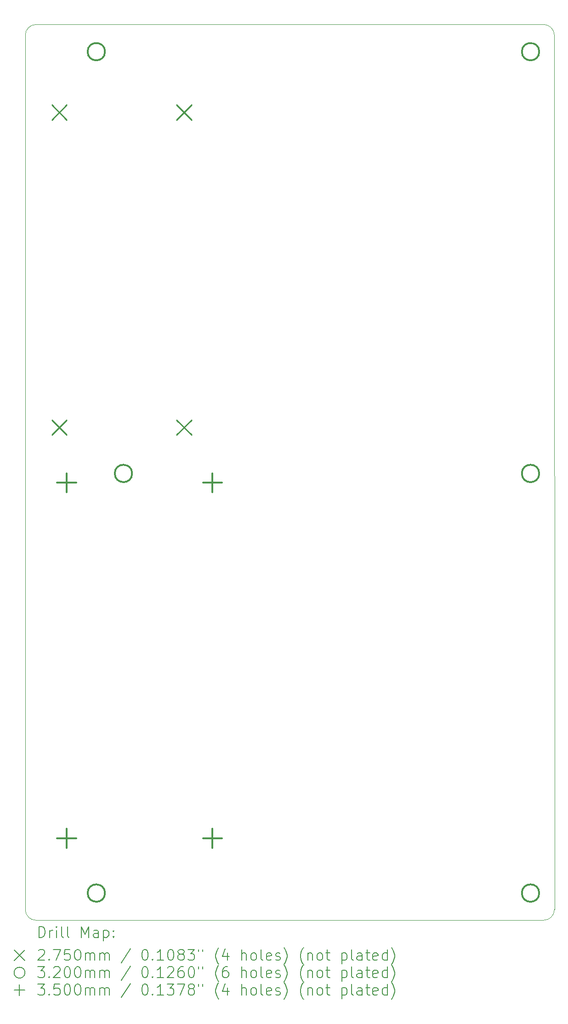
<source format=gbr>
%TF.GenerationSoftware,KiCad,Pcbnew,(6.0.11)*%
%TF.CreationDate,2024-01-03T20:11:06+00:00*%
%TF.ProjectId,BBCWinchesterPro,42424357-696e-4636-9865-737465725072,rev?*%
%TF.SameCoordinates,Original*%
%TF.FileFunction,Drillmap*%
%TF.FilePolarity,Positive*%
%FSLAX45Y45*%
G04 Gerber Fmt 4.5, Leading zero omitted, Abs format (unit mm)*
G04 Created by KiCad (PCBNEW (6.0.11)) date 2024-01-03 20:11:06*
%MOMM*%
%LPD*%
G01*
G04 APERTURE LIST*
%ADD10C,0.100000*%
%ADD11C,0.200000*%
%ADD12C,0.275000*%
%ADD13C,0.320000*%
%ADD14C,0.350000*%
G04 APERTURE END LIST*
D10*
X15712002Y-2589000D02*
G75*
G03*
X15513000Y-2389000I-200003J0D01*
G01*
X15513000Y-18891002D02*
G75*
G03*
X15713000Y-18691998I0J200002D01*
G01*
X5961998Y-18691000D02*
X5963000Y-2588000D01*
X15712002Y-2589000D02*
X15713000Y-18691998D01*
X15513000Y-18891000D02*
X6161000Y-18891000D01*
X5961997Y-18691000D02*
G75*
G03*
X6161000Y-18891000I200003J0D01*
G01*
X6163000Y-2388998D02*
X15513000Y-2389000D01*
X6163000Y-2388998D02*
G75*
G03*
X5963000Y-2588000I0J-200002D01*
G01*
D11*
D12*
X6451500Y-3872605D02*
X6726500Y-4147605D01*
X6726500Y-3872605D02*
X6451500Y-4147605D01*
X6451500Y-9672605D02*
X6726500Y-9947605D01*
X6726500Y-9672605D02*
X6451500Y-9947605D01*
X8751500Y-3872605D02*
X9026500Y-4147605D01*
X9026500Y-3872605D02*
X8751500Y-4147605D01*
X8751500Y-9672605D02*
X9026500Y-9947605D01*
X9026500Y-9672605D02*
X8751500Y-9947605D01*
D13*
X7432250Y-2890000D02*
G75*
G03*
X7432250Y-2890000I-160000J0D01*
G01*
X7432250Y-18390000D02*
G75*
G03*
X7432250Y-18390000I-160000J0D01*
G01*
X7932250Y-10660000D02*
G75*
G03*
X7932250Y-10660000I-160000J0D01*
G01*
X15432250Y-2890000D02*
G75*
G03*
X15432250Y-2890000I-160000J0D01*
G01*
X15432250Y-10660000D02*
G75*
G03*
X15432250Y-10660000I-160000J0D01*
G01*
X15432250Y-18390000D02*
G75*
G03*
X15432250Y-18390000I-160000J0D01*
G01*
D14*
X6725000Y-10656050D02*
X6725000Y-11006050D01*
X6550000Y-10831050D02*
X6900000Y-10831050D01*
X6725000Y-17205950D02*
X6725000Y-17555950D01*
X6550000Y-17380950D02*
X6900000Y-17380950D01*
X9413000Y-10656050D02*
X9413000Y-11006050D01*
X9238000Y-10831050D02*
X9588000Y-10831050D01*
X9413000Y-17205950D02*
X9413000Y-17555950D01*
X9238000Y-17380950D02*
X9588000Y-17380950D01*
D11*
X6214617Y-19206476D02*
X6214617Y-19006476D01*
X6262236Y-19006476D01*
X6290807Y-19016000D01*
X6309855Y-19035048D01*
X6319378Y-19054095D01*
X6328902Y-19092190D01*
X6328902Y-19120762D01*
X6319378Y-19158857D01*
X6309855Y-19177905D01*
X6290807Y-19196952D01*
X6262236Y-19206476D01*
X6214617Y-19206476D01*
X6414617Y-19206476D02*
X6414617Y-19073143D01*
X6414617Y-19111238D02*
X6424140Y-19092190D01*
X6433664Y-19082667D01*
X6452712Y-19073143D01*
X6471759Y-19073143D01*
X6538426Y-19206476D02*
X6538426Y-19073143D01*
X6538426Y-19006476D02*
X6528902Y-19016000D01*
X6538426Y-19025524D01*
X6547950Y-19016000D01*
X6538426Y-19006476D01*
X6538426Y-19025524D01*
X6662236Y-19206476D02*
X6643188Y-19196952D01*
X6633664Y-19177905D01*
X6633664Y-19006476D01*
X6766998Y-19206476D02*
X6747950Y-19196952D01*
X6738426Y-19177905D01*
X6738426Y-19006476D01*
X6995569Y-19206476D02*
X6995569Y-19006476D01*
X7062236Y-19149333D01*
X7128902Y-19006476D01*
X7128902Y-19206476D01*
X7309855Y-19206476D02*
X7309855Y-19101714D01*
X7300331Y-19082667D01*
X7281283Y-19073143D01*
X7243188Y-19073143D01*
X7224140Y-19082667D01*
X7309855Y-19196952D02*
X7290807Y-19206476D01*
X7243188Y-19206476D01*
X7224140Y-19196952D01*
X7214617Y-19177905D01*
X7214617Y-19158857D01*
X7224140Y-19139810D01*
X7243188Y-19130286D01*
X7290807Y-19130286D01*
X7309855Y-19120762D01*
X7405093Y-19073143D02*
X7405093Y-19273143D01*
X7405093Y-19082667D02*
X7424140Y-19073143D01*
X7462236Y-19073143D01*
X7481283Y-19082667D01*
X7490807Y-19092190D01*
X7500331Y-19111238D01*
X7500331Y-19168381D01*
X7490807Y-19187429D01*
X7481283Y-19196952D01*
X7462236Y-19206476D01*
X7424140Y-19206476D01*
X7405093Y-19196952D01*
X7586045Y-19187429D02*
X7595569Y-19196952D01*
X7586045Y-19206476D01*
X7576521Y-19196952D01*
X7586045Y-19187429D01*
X7586045Y-19206476D01*
X7586045Y-19082667D02*
X7595569Y-19092190D01*
X7586045Y-19101714D01*
X7576521Y-19092190D01*
X7586045Y-19082667D01*
X7586045Y-19101714D01*
X5756998Y-19436000D02*
X5956998Y-19636000D01*
X5956998Y-19436000D02*
X5756998Y-19636000D01*
X6205093Y-19445524D02*
X6214617Y-19436000D01*
X6233664Y-19426476D01*
X6281283Y-19426476D01*
X6300331Y-19436000D01*
X6309855Y-19445524D01*
X6319378Y-19464571D01*
X6319378Y-19483619D01*
X6309855Y-19512190D01*
X6195569Y-19626476D01*
X6319378Y-19626476D01*
X6405093Y-19607429D02*
X6414617Y-19616952D01*
X6405093Y-19626476D01*
X6395569Y-19616952D01*
X6405093Y-19607429D01*
X6405093Y-19626476D01*
X6481283Y-19426476D02*
X6614617Y-19426476D01*
X6528902Y-19626476D01*
X6786045Y-19426476D02*
X6690807Y-19426476D01*
X6681283Y-19521714D01*
X6690807Y-19512190D01*
X6709855Y-19502667D01*
X6757474Y-19502667D01*
X6776521Y-19512190D01*
X6786045Y-19521714D01*
X6795569Y-19540762D01*
X6795569Y-19588381D01*
X6786045Y-19607429D01*
X6776521Y-19616952D01*
X6757474Y-19626476D01*
X6709855Y-19626476D01*
X6690807Y-19616952D01*
X6681283Y-19607429D01*
X6919378Y-19426476D02*
X6938426Y-19426476D01*
X6957474Y-19436000D01*
X6966998Y-19445524D01*
X6976521Y-19464571D01*
X6986045Y-19502667D01*
X6986045Y-19550286D01*
X6976521Y-19588381D01*
X6966998Y-19607429D01*
X6957474Y-19616952D01*
X6938426Y-19626476D01*
X6919378Y-19626476D01*
X6900331Y-19616952D01*
X6890807Y-19607429D01*
X6881283Y-19588381D01*
X6871759Y-19550286D01*
X6871759Y-19502667D01*
X6881283Y-19464571D01*
X6890807Y-19445524D01*
X6900331Y-19436000D01*
X6919378Y-19426476D01*
X7071759Y-19626476D02*
X7071759Y-19493143D01*
X7071759Y-19512190D02*
X7081283Y-19502667D01*
X7100331Y-19493143D01*
X7128902Y-19493143D01*
X7147950Y-19502667D01*
X7157474Y-19521714D01*
X7157474Y-19626476D01*
X7157474Y-19521714D02*
X7166998Y-19502667D01*
X7186045Y-19493143D01*
X7214617Y-19493143D01*
X7233664Y-19502667D01*
X7243188Y-19521714D01*
X7243188Y-19626476D01*
X7338426Y-19626476D02*
X7338426Y-19493143D01*
X7338426Y-19512190D02*
X7347950Y-19502667D01*
X7366998Y-19493143D01*
X7395569Y-19493143D01*
X7414617Y-19502667D01*
X7424140Y-19521714D01*
X7424140Y-19626476D01*
X7424140Y-19521714D02*
X7433664Y-19502667D01*
X7452712Y-19493143D01*
X7481283Y-19493143D01*
X7500331Y-19502667D01*
X7509855Y-19521714D01*
X7509855Y-19626476D01*
X7900331Y-19416952D02*
X7728902Y-19674095D01*
X8157474Y-19426476D02*
X8176521Y-19426476D01*
X8195569Y-19436000D01*
X8205093Y-19445524D01*
X8214617Y-19464571D01*
X8224140Y-19502667D01*
X8224140Y-19550286D01*
X8214617Y-19588381D01*
X8205093Y-19607429D01*
X8195569Y-19616952D01*
X8176521Y-19626476D01*
X8157474Y-19626476D01*
X8138426Y-19616952D01*
X8128902Y-19607429D01*
X8119378Y-19588381D01*
X8109855Y-19550286D01*
X8109855Y-19502667D01*
X8119378Y-19464571D01*
X8128902Y-19445524D01*
X8138426Y-19436000D01*
X8157474Y-19426476D01*
X8309855Y-19607429D02*
X8319378Y-19616952D01*
X8309855Y-19626476D01*
X8300331Y-19616952D01*
X8309855Y-19607429D01*
X8309855Y-19626476D01*
X8509855Y-19626476D02*
X8395569Y-19626476D01*
X8452712Y-19626476D02*
X8452712Y-19426476D01*
X8433664Y-19455048D01*
X8414617Y-19474095D01*
X8395569Y-19483619D01*
X8633664Y-19426476D02*
X8652712Y-19426476D01*
X8671760Y-19436000D01*
X8681283Y-19445524D01*
X8690807Y-19464571D01*
X8700331Y-19502667D01*
X8700331Y-19550286D01*
X8690807Y-19588381D01*
X8681283Y-19607429D01*
X8671760Y-19616952D01*
X8652712Y-19626476D01*
X8633664Y-19626476D01*
X8614617Y-19616952D01*
X8605093Y-19607429D01*
X8595569Y-19588381D01*
X8586045Y-19550286D01*
X8586045Y-19502667D01*
X8595569Y-19464571D01*
X8605093Y-19445524D01*
X8614617Y-19436000D01*
X8633664Y-19426476D01*
X8814617Y-19512190D02*
X8795569Y-19502667D01*
X8786045Y-19493143D01*
X8776521Y-19474095D01*
X8776521Y-19464571D01*
X8786045Y-19445524D01*
X8795569Y-19436000D01*
X8814617Y-19426476D01*
X8852712Y-19426476D01*
X8871760Y-19436000D01*
X8881283Y-19445524D01*
X8890807Y-19464571D01*
X8890807Y-19474095D01*
X8881283Y-19493143D01*
X8871760Y-19502667D01*
X8852712Y-19512190D01*
X8814617Y-19512190D01*
X8795569Y-19521714D01*
X8786045Y-19531238D01*
X8776521Y-19550286D01*
X8776521Y-19588381D01*
X8786045Y-19607429D01*
X8795569Y-19616952D01*
X8814617Y-19626476D01*
X8852712Y-19626476D01*
X8871760Y-19616952D01*
X8881283Y-19607429D01*
X8890807Y-19588381D01*
X8890807Y-19550286D01*
X8881283Y-19531238D01*
X8871760Y-19521714D01*
X8852712Y-19512190D01*
X8957474Y-19426476D02*
X9081283Y-19426476D01*
X9014617Y-19502667D01*
X9043188Y-19502667D01*
X9062236Y-19512190D01*
X9071760Y-19521714D01*
X9081283Y-19540762D01*
X9081283Y-19588381D01*
X9071760Y-19607429D01*
X9062236Y-19616952D01*
X9043188Y-19626476D01*
X8986045Y-19626476D01*
X8966998Y-19616952D01*
X8957474Y-19607429D01*
X9157474Y-19426476D02*
X9157474Y-19464571D01*
X9233664Y-19426476D02*
X9233664Y-19464571D01*
X9528902Y-19702667D02*
X9519379Y-19693143D01*
X9500331Y-19664571D01*
X9490807Y-19645524D01*
X9481283Y-19616952D01*
X9471760Y-19569333D01*
X9471760Y-19531238D01*
X9481283Y-19483619D01*
X9490807Y-19455048D01*
X9500331Y-19436000D01*
X9519379Y-19407429D01*
X9528902Y-19397905D01*
X9690807Y-19493143D02*
X9690807Y-19626476D01*
X9643188Y-19416952D02*
X9595569Y-19559810D01*
X9719379Y-19559810D01*
X9947950Y-19626476D02*
X9947950Y-19426476D01*
X10033664Y-19626476D02*
X10033664Y-19521714D01*
X10024140Y-19502667D01*
X10005093Y-19493143D01*
X9976521Y-19493143D01*
X9957474Y-19502667D01*
X9947950Y-19512190D01*
X10157474Y-19626476D02*
X10138426Y-19616952D01*
X10128902Y-19607429D01*
X10119379Y-19588381D01*
X10119379Y-19531238D01*
X10128902Y-19512190D01*
X10138426Y-19502667D01*
X10157474Y-19493143D01*
X10186045Y-19493143D01*
X10205093Y-19502667D01*
X10214617Y-19512190D01*
X10224140Y-19531238D01*
X10224140Y-19588381D01*
X10214617Y-19607429D01*
X10205093Y-19616952D01*
X10186045Y-19626476D01*
X10157474Y-19626476D01*
X10338426Y-19626476D02*
X10319379Y-19616952D01*
X10309855Y-19597905D01*
X10309855Y-19426476D01*
X10490807Y-19616952D02*
X10471760Y-19626476D01*
X10433664Y-19626476D01*
X10414617Y-19616952D01*
X10405093Y-19597905D01*
X10405093Y-19521714D01*
X10414617Y-19502667D01*
X10433664Y-19493143D01*
X10471760Y-19493143D01*
X10490807Y-19502667D01*
X10500331Y-19521714D01*
X10500331Y-19540762D01*
X10405093Y-19559810D01*
X10576521Y-19616952D02*
X10595569Y-19626476D01*
X10633664Y-19626476D01*
X10652712Y-19616952D01*
X10662236Y-19597905D01*
X10662236Y-19588381D01*
X10652712Y-19569333D01*
X10633664Y-19559810D01*
X10605093Y-19559810D01*
X10586045Y-19550286D01*
X10576521Y-19531238D01*
X10576521Y-19521714D01*
X10586045Y-19502667D01*
X10605093Y-19493143D01*
X10633664Y-19493143D01*
X10652712Y-19502667D01*
X10728902Y-19702667D02*
X10738426Y-19693143D01*
X10757474Y-19664571D01*
X10766998Y-19645524D01*
X10776521Y-19616952D01*
X10786045Y-19569333D01*
X10786045Y-19531238D01*
X10776521Y-19483619D01*
X10766998Y-19455048D01*
X10757474Y-19436000D01*
X10738426Y-19407429D01*
X10728902Y-19397905D01*
X11090807Y-19702667D02*
X11081283Y-19693143D01*
X11062236Y-19664571D01*
X11052712Y-19645524D01*
X11043188Y-19616952D01*
X11033664Y-19569333D01*
X11033664Y-19531238D01*
X11043188Y-19483619D01*
X11052712Y-19455048D01*
X11062236Y-19436000D01*
X11081283Y-19407429D01*
X11090807Y-19397905D01*
X11166998Y-19493143D02*
X11166998Y-19626476D01*
X11166998Y-19512190D02*
X11176521Y-19502667D01*
X11195569Y-19493143D01*
X11224140Y-19493143D01*
X11243188Y-19502667D01*
X11252712Y-19521714D01*
X11252712Y-19626476D01*
X11376521Y-19626476D02*
X11357474Y-19616952D01*
X11347950Y-19607429D01*
X11338426Y-19588381D01*
X11338426Y-19531238D01*
X11347950Y-19512190D01*
X11357474Y-19502667D01*
X11376521Y-19493143D01*
X11405093Y-19493143D01*
X11424140Y-19502667D01*
X11433664Y-19512190D01*
X11443188Y-19531238D01*
X11443188Y-19588381D01*
X11433664Y-19607429D01*
X11424140Y-19616952D01*
X11405093Y-19626476D01*
X11376521Y-19626476D01*
X11500331Y-19493143D02*
X11576521Y-19493143D01*
X11528902Y-19426476D02*
X11528902Y-19597905D01*
X11538426Y-19616952D01*
X11557474Y-19626476D01*
X11576521Y-19626476D01*
X11795569Y-19493143D02*
X11795569Y-19693143D01*
X11795569Y-19502667D02*
X11814617Y-19493143D01*
X11852712Y-19493143D01*
X11871759Y-19502667D01*
X11881283Y-19512190D01*
X11890807Y-19531238D01*
X11890807Y-19588381D01*
X11881283Y-19607429D01*
X11871759Y-19616952D01*
X11852712Y-19626476D01*
X11814617Y-19626476D01*
X11795569Y-19616952D01*
X12005093Y-19626476D02*
X11986045Y-19616952D01*
X11976521Y-19597905D01*
X11976521Y-19426476D01*
X12166997Y-19626476D02*
X12166997Y-19521714D01*
X12157474Y-19502667D01*
X12138426Y-19493143D01*
X12100331Y-19493143D01*
X12081283Y-19502667D01*
X12166997Y-19616952D02*
X12147950Y-19626476D01*
X12100331Y-19626476D01*
X12081283Y-19616952D01*
X12071759Y-19597905D01*
X12071759Y-19578857D01*
X12081283Y-19559810D01*
X12100331Y-19550286D01*
X12147950Y-19550286D01*
X12166997Y-19540762D01*
X12233664Y-19493143D02*
X12309855Y-19493143D01*
X12262236Y-19426476D02*
X12262236Y-19597905D01*
X12271759Y-19616952D01*
X12290807Y-19626476D01*
X12309855Y-19626476D01*
X12452712Y-19616952D02*
X12433664Y-19626476D01*
X12395569Y-19626476D01*
X12376521Y-19616952D01*
X12366997Y-19597905D01*
X12366997Y-19521714D01*
X12376521Y-19502667D01*
X12395569Y-19493143D01*
X12433664Y-19493143D01*
X12452712Y-19502667D01*
X12462236Y-19521714D01*
X12462236Y-19540762D01*
X12366997Y-19559810D01*
X12633664Y-19626476D02*
X12633664Y-19426476D01*
X12633664Y-19616952D02*
X12614617Y-19626476D01*
X12576521Y-19626476D01*
X12557474Y-19616952D01*
X12547950Y-19607429D01*
X12538426Y-19588381D01*
X12538426Y-19531238D01*
X12547950Y-19512190D01*
X12557474Y-19502667D01*
X12576521Y-19493143D01*
X12614617Y-19493143D01*
X12633664Y-19502667D01*
X12709855Y-19702667D02*
X12719378Y-19693143D01*
X12738426Y-19664571D01*
X12747950Y-19645524D01*
X12757474Y-19616952D01*
X12766997Y-19569333D01*
X12766997Y-19531238D01*
X12757474Y-19483619D01*
X12747950Y-19455048D01*
X12738426Y-19436000D01*
X12719378Y-19407429D01*
X12709855Y-19397905D01*
X5956998Y-19856000D02*
G75*
G03*
X5956998Y-19856000I-100000J0D01*
G01*
X6195569Y-19746476D02*
X6319378Y-19746476D01*
X6252712Y-19822667D01*
X6281283Y-19822667D01*
X6300331Y-19832190D01*
X6309855Y-19841714D01*
X6319378Y-19860762D01*
X6319378Y-19908381D01*
X6309855Y-19927429D01*
X6300331Y-19936952D01*
X6281283Y-19946476D01*
X6224140Y-19946476D01*
X6205093Y-19936952D01*
X6195569Y-19927429D01*
X6405093Y-19927429D02*
X6414617Y-19936952D01*
X6405093Y-19946476D01*
X6395569Y-19936952D01*
X6405093Y-19927429D01*
X6405093Y-19946476D01*
X6490807Y-19765524D02*
X6500331Y-19756000D01*
X6519378Y-19746476D01*
X6566998Y-19746476D01*
X6586045Y-19756000D01*
X6595569Y-19765524D01*
X6605093Y-19784571D01*
X6605093Y-19803619D01*
X6595569Y-19832190D01*
X6481283Y-19946476D01*
X6605093Y-19946476D01*
X6728902Y-19746476D02*
X6747950Y-19746476D01*
X6766998Y-19756000D01*
X6776521Y-19765524D01*
X6786045Y-19784571D01*
X6795569Y-19822667D01*
X6795569Y-19870286D01*
X6786045Y-19908381D01*
X6776521Y-19927429D01*
X6766998Y-19936952D01*
X6747950Y-19946476D01*
X6728902Y-19946476D01*
X6709855Y-19936952D01*
X6700331Y-19927429D01*
X6690807Y-19908381D01*
X6681283Y-19870286D01*
X6681283Y-19822667D01*
X6690807Y-19784571D01*
X6700331Y-19765524D01*
X6709855Y-19756000D01*
X6728902Y-19746476D01*
X6919378Y-19746476D02*
X6938426Y-19746476D01*
X6957474Y-19756000D01*
X6966998Y-19765524D01*
X6976521Y-19784571D01*
X6986045Y-19822667D01*
X6986045Y-19870286D01*
X6976521Y-19908381D01*
X6966998Y-19927429D01*
X6957474Y-19936952D01*
X6938426Y-19946476D01*
X6919378Y-19946476D01*
X6900331Y-19936952D01*
X6890807Y-19927429D01*
X6881283Y-19908381D01*
X6871759Y-19870286D01*
X6871759Y-19822667D01*
X6881283Y-19784571D01*
X6890807Y-19765524D01*
X6900331Y-19756000D01*
X6919378Y-19746476D01*
X7071759Y-19946476D02*
X7071759Y-19813143D01*
X7071759Y-19832190D02*
X7081283Y-19822667D01*
X7100331Y-19813143D01*
X7128902Y-19813143D01*
X7147950Y-19822667D01*
X7157474Y-19841714D01*
X7157474Y-19946476D01*
X7157474Y-19841714D02*
X7166998Y-19822667D01*
X7186045Y-19813143D01*
X7214617Y-19813143D01*
X7233664Y-19822667D01*
X7243188Y-19841714D01*
X7243188Y-19946476D01*
X7338426Y-19946476D02*
X7338426Y-19813143D01*
X7338426Y-19832190D02*
X7347950Y-19822667D01*
X7366998Y-19813143D01*
X7395569Y-19813143D01*
X7414617Y-19822667D01*
X7424140Y-19841714D01*
X7424140Y-19946476D01*
X7424140Y-19841714D02*
X7433664Y-19822667D01*
X7452712Y-19813143D01*
X7481283Y-19813143D01*
X7500331Y-19822667D01*
X7509855Y-19841714D01*
X7509855Y-19946476D01*
X7900331Y-19736952D02*
X7728902Y-19994095D01*
X8157474Y-19746476D02*
X8176521Y-19746476D01*
X8195569Y-19756000D01*
X8205093Y-19765524D01*
X8214617Y-19784571D01*
X8224140Y-19822667D01*
X8224140Y-19870286D01*
X8214617Y-19908381D01*
X8205093Y-19927429D01*
X8195569Y-19936952D01*
X8176521Y-19946476D01*
X8157474Y-19946476D01*
X8138426Y-19936952D01*
X8128902Y-19927429D01*
X8119378Y-19908381D01*
X8109855Y-19870286D01*
X8109855Y-19822667D01*
X8119378Y-19784571D01*
X8128902Y-19765524D01*
X8138426Y-19756000D01*
X8157474Y-19746476D01*
X8309855Y-19927429D02*
X8319378Y-19936952D01*
X8309855Y-19946476D01*
X8300331Y-19936952D01*
X8309855Y-19927429D01*
X8309855Y-19946476D01*
X8509855Y-19946476D02*
X8395569Y-19946476D01*
X8452712Y-19946476D02*
X8452712Y-19746476D01*
X8433664Y-19775048D01*
X8414617Y-19794095D01*
X8395569Y-19803619D01*
X8586045Y-19765524D02*
X8595569Y-19756000D01*
X8614617Y-19746476D01*
X8662236Y-19746476D01*
X8681283Y-19756000D01*
X8690807Y-19765524D01*
X8700331Y-19784571D01*
X8700331Y-19803619D01*
X8690807Y-19832190D01*
X8576521Y-19946476D01*
X8700331Y-19946476D01*
X8871760Y-19746476D02*
X8833664Y-19746476D01*
X8814617Y-19756000D01*
X8805093Y-19765524D01*
X8786045Y-19794095D01*
X8776521Y-19832190D01*
X8776521Y-19908381D01*
X8786045Y-19927429D01*
X8795569Y-19936952D01*
X8814617Y-19946476D01*
X8852712Y-19946476D01*
X8871760Y-19936952D01*
X8881283Y-19927429D01*
X8890807Y-19908381D01*
X8890807Y-19860762D01*
X8881283Y-19841714D01*
X8871760Y-19832190D01*
X8852712Y-19822667D01*
X8814617Y-19822667D01*
X8795569Y-19832190D01*
X8786045Y-19841714D01*
X8776521Y-19860762D01*
X9014617Y-19746476D02*
X9033664Y-19746476D01*
X9052712Y-19756000D01*
X9062236Y-19765524D01*
X9071760Y-19784571D01*
X9081283Y-19822667D01*
X9081283Y-19870286D01*
X9071760Y-19908381D01*
X9062236Y-19927429D01*
X9052712Y-19936952D01*
X9033664Y-19946476D01*
X9014617Y-19946476D01*
X8995569Y-19936952D01*
X8986045Y-19927429D01*
X8976521Y-19908381D01*
X8966998Y-19870286D01*
X8966998Y-19822667D01*
X8976521Y-19784571D01*
X8986045Y-19765524D01*
X8995569Y-19756000D01*
X9014617Y-19746476D01*
X9157474Y-19746476D02*
X9157474Y-19784571D01*
X9233664Y-19746476D02*
X9233664Y-19784571D01*
X9528902Y-20022667D02*
X9519379Y-20013143D01*
X9500331Y-19984571D01*
X9490807Y-19965524D01*
X9481283Y-19936952D01*
X9471760Y-19889333D01*
X9471760Y-19851238D01*
X9481283Y-19803619D01*
X9490807Y-19775048D01*
X9500331Y-19756000D01*
X9519379Y-19727429D01*
X9528902Y-19717905D01*
X9690807Y-19746476D02*
X9652712Y-19746476D01*
X9633664Y-19756000D01*
X9624140Y-19765524D01*
X9605093Y-19794095D01*
X9595569Y-19832190D01*
X9595569Y-19908381D01*
X9605093Y-19927429D01*
X9614617Y-19936952D01*
X9633664Y-19946476D01*
X9671760Y-19946476D01*
X9690807Y-19936952D01*
X9700331Y-19927429D01*
X9709855Y-19908381D01*
X9709855Y-19860762D01*
X9700331Y-19841714D01*
X9690807Y-19832190D01*
X9671760Y-19822667D01*
X9633664Y-19822667D01*
X9614617Y-19832190D01*
X9605093Y-19841714D01*
X9595569Y-19860762D01*
X9947950Y-19946476D02*
X9947950Y-19746476D01*
X10033664Y-19946476D02*
X10033664Y-19841714D01*
X10024140Y-19822667D01*
X10005093Y-19813143D01*
X9976521Y-19813143D01*
X9957474Y-19822667D01*
X9947950Y-19832190D01*
X10157474Y-19946476D02*
X10138426Y-19936952D01*
X10128902Y-19927429D01*
X10119379Y-19908381D01*
X10119379Y-19851238D01*
X10128902Y-19832190D01*
X10138426Y-19822667D01*
X10157474Y-19813143D01*
X10186045Y-19813143D01*
X10205093Y-19822667D01*
X10214617Y-19832190D01*
X10224140Y-19851238D01*
X10224140Y-19908381D01*
X10214617Y-19927429D01*
X10205093Y-19936952D01*
X10186045Y-19946476D01*
X10157474Y-19946476D01*
X10338426Y-19946476D02*
X10319379Y-19936952D01*
X10309855Y-19917905D01*
X10309855Y-19746476D01*
X10490807Y-19936952D02*
X10471760Y-19946476D01*
X10433664Y-19946476D01*
X10414617Y-19936952D01*
X10405093Y-19917905D01*
X10405093Y-19841714D01*
X10414617Y-19822667D01*
X10433664Y-19813143D01*
X10471760Y-19813143D01*
X10490807Y-19822667D01*
X10500331Y-19841714D01*
X10500331Y-19860762D01*
X10405093Y-19879810D01*
X10576521Y-19936952D02*
X10595569Y-19946476D01*
X10633664Y-19946476D01*
X10652712Y-19936952D01*
X10662236Y-19917905D01*
X10662236Y-19908381D01*
X10652712Y-19889333D01*
X10633664Y-19879810D01*
X10605093Y-19879810D01*
X10586045Y-19870286D01*
X10576521Y-19851238D01*
X10576521Y-19841714D01*
X10586045Y-19822667D01*
X10605093Y-19813143D01*
X10633664Y-19813143D01*
X10652712Y-19822667D01*
X10728902Y-20022667D02*
X10738426Y-20013143D01*
X10757474Y-19984571D01*
X10766998Y-19965524D01*
X10776521Y-19936952D01*
X10786045Y-19889333D01*
X10786045Y-19851238D01*
X10776521Y-19803619D01*
X10766998Y-19775048D01*
X10757474Y-19756000D01*
X10738426Y-19727429D01*
X10728902Y-19717905D01*
X11090807Y-20022667D02*
X11081283Y-20013143D01*
X11062236Y-19984571D01*
X11052712Y-19965524D01*
X11043188Y-19936952D01*
X11033664Y-19889333D01*
X11033664Y-19851238D01*
X11043188Y-19803619D01*
X11052712Y-19775048D01*
X11062236Y-19756000D01*
X11081283Y-19727429D01*
X11090807Y-19717905D01*
X11166998Y-19813143D02*
X11166998Y-19946476D01*
X11166998Y-19832190D02*
X11176521Y-19822667D01*
X11195569Y-19813143D01*
X11224140Y-19813143D01*
X11243188Y-19822667D01*
X11252712Y-19841714D01*
X11252712Y-19946476D01*
X11376521Y-19946476D02*
X11357474Y-19936952D01*
X11347950Y-19927429D01*
X11338426Y-19908381D01*
X11338426Y-19851238D01*
X11347950Y-19832190D01*
X11357474Y-19822667D01*
X11376521Y-19813143D01*
X11405093Y-19813143D01*
X11424140Y-19822667D01*
X11433664Y-19832190D01*
X11443188Y-19851238D01*
X11443188Y-19908381D01*
X11433664Y-19927429D01*
X11424140Y-19936952D01*
X11405093Y-19946476D01*
X11376521Y-19946476D01*
X11500331Y-19813143D02*
X11576521Y-19813143D01*
X11528902Y-19746476D02*
X11528902Y-19917905D01*
X11538426Y-19936952D01*
X11557474Y-19946476D01*
X11576521Y-19946476D01*
X11795569Y-19813143D02*
X11795569Y-20013143D01*
X11795569Y-19822667D02*
X11814617Y-19813143D01*
X11852712Y-19813143D01*
X11871759Y-19822667D01*
X11881283Y-19832190D01*
X11890807Y-19851238D01*
X11890807Y-19908381D01*
X11881283Y-19927429D01*
X11871759Y-19936952D01*
X11852712Y-19946476D01*
X11814617Y-19946476D01*
X11795569Y-19936952D01*
X12005093Y-19946476D02*
X11986045Y-19936952D01*
X11976521Y-19917905D01*
X11976521Y-19746476D01*
X12166997Y-19946476D02*
X12166997Y-19841714D01*
X12157474Y-19822667D01*
X12138426Y-19813143D01*
X12100331Y-19813143D01*
X12081283Y-19822667D01*
X12166997Y-19936952D02*
X12147950Y-19946476D01*
X12100331Y-19946476D01*
X12081283Y-19936952D01*
X12071759Y-19917905D01*
X12071759Y-19898857D01*
X12081283Y-19879810D01*
X12100331Y-19870286D01*
X12147950Y-19870286D01*
X12166997Y-19860762D01*
X12233664Y-19813143D02*
X12309855Y-19813143D01*
X12262236Y-19746476D02*
X12262236Y-19917905D01*
X12271759Y-19936952D01*
X12290807Y-19946476D01*
X12309855Y-19946476D01*
X12452712Y-19936952D02*
X12433664Y-19946476D01*
X12395569Y-19946476D01*
X12376521Y-19936952D01*
X12366997Y-19917905D01*
X12366997Y-19841714D01*
X12376521Y-19822667D01*
X12395569Y-19813143D01*
X12433664Y-19813143D01*
X12452712Y-19822667D01*
X12462236Y-19841714D01*
X12462236Y-19860762D01*
X12366997Y-19879810D01*
X12633664Y-19946476D02*
X12633664Y-19746476D01*
X12633664Y-19936952D02*
X12614617Y-19946476D01*
X12576521Y-19946476D01*
X12557474Y-19936952D01*
X12547950Y-19927429D01*
X12538426Y-19908381D01*
X12538426Y-19851238D01*
X12547950Y-19832190D01*
X12557474Y-19822667D01*
X12576521Y-19813143D01*
X12614617Y-19813143D01*
X12633664Y-19822667D01*
X12709855Y-20022667D02*
X12719378Y-20013143D01*
X12738426Y-19984571D01*
X12747950Y-19965524D01*
X12757474Y-19936952D01*
X12766997Y-19889333D01*
X12766997Y-19851238D01*
X12757474Y-19803619D01*
X12747950Y-19775048D01*
X12738426Y-19756000D01*
X12719378Y-19727429D01*
X12709855Y-19717905D01*
X5856998Y-20076000D02*
X5856998Y-20276000D01*
X5756998Y-20176000D02*
X5956998Y-20176000D01*
X6195569Y-20066476D02*
X6319378Y-20066476D01*
X6252712Y-20142667D01*
X6281283Y-20142667D01*
X6300331Y-20152190D01*
X6309855Y-20161714D01*
X6319378Y-20180762D01*
X6319378Y-20228381D01*
X6309855Y-20247429D01*
X6300331Y-20256952D01*
X6281283Y-20266476D01*
X6224140Y-20266476D01*
X6205093Y-20256952D01*
X6195569Y-20247429D01*
X6405093Y-20247429D02*
X6414617Y-20256952D01*
X6405093Y-20266476D01*
X6395569Y-20256952D01*
X6405093Y-20247429D01*
X6405093Y-20266476D01*
X6595569Y-20066476D02*
X6500331Y-20066476D01*
X6490807Y-20161714D01*
X6500331Y-20152190D01*
X6519378Y-20142667D01*
X6566998Y-20142667D01*
X6586045Y-20152190D01*
X6595569Y-20161714D01*
X6605093Y-20180762D01*
X6605093Y-20228381D01*
X6595569Y-20247429D01*
X6586045Y-20256952D01*
X6566998Y-20266476D01*
X6519378Y-20266476D01*
X6500331Y-20256952D01*
X6490807Y-20247429D01*
X6728902Y-20066476D02*
X6747950Y-20066476D01*
X6766998Y-20076000D01*
X6776521Y-20085524D01*
X6786045Y-20104571D01*
X6795569Y-20142667D01*
X6795569Y-20190286D01*
X6786045Y-20228381D01*
X6776521Y-20247429D01*
X6766998Y-20256952D01*
X6747950Y-20266476D01*
X6728902Y-20266476D01*
X6709855Y-20256952D01*
X6700331Y-20247429D01*
X6690807Y-20228381D01*
X6681283Y-20190286D01*
X6681283Y-20142667D01*
X6690807Y-20104571D01*
X6700331Y-20085524D01*
X6709855Y-20076000D01*
X6728902Y-20066476D01*
X6919378Y-20066476D02*
X6938426Y-20066476D01*
X6957474Y-20076000D01*
X6966998Y-20085524D01*
X6976521Y-20104571D01*
X6986045Y-20142667D01*
X6986045Y-20190286D01*
X6976521Y-20228381D01*
X6966998Y-20247429D01*
X6957474Y-20256952D01*
X6938426Y-20266476D01*
X6919378Y-20266476D01*
X6900331Y-20256952D01*
X6890807Y-20247429D01*
X6881283Y-20228381D01*
X6871759Y-20190286D01*
X6871759Y-20142667D01*
X6881283Y-20104571D01*
X6890807Y-20085524D01*
X6900331Y-20076000D01*
X6919378Y-20066476D01*
X7071759Y-20266476D02*
X7071759Y-20133143D01*
X7071759Y-20152190D02*
X7081283Y-20142667D01*
X7100331Y-20133143D01*
X7128902Y-20133143D01*
X7147950Y-20142667D01*
X7157474Y-20161714D01*
X7157474Y-20266476D01*
X7157474Y-20161714D02*
X7166998Y-20142667D01*
X7186045Y-20133143D01*
X7214617Y-20133143D01*
X7233664Y-20142667D01*
X7243188Y-20161714D01*
X7243188Y-20266476D01*
X7338426Y-20266476D02*
X7338426Y-20133143D01*
X7338426Y-20152190D02*
X7347950Y-20142667D01*
X7366998Y-20133143D01*
X7395569Y-20133143D01*
X7414617Y-20142667D01*
X7424140Y-20161714D01*
X7424140Y-20266476D01*
X7424140Y-20161714D02*
X7433664Y-20142667D01*
X7452712Y-20133143D01*
X7481283Y-20133143D01*
X7500331Y-20142667D01*
X7509855Y-20161714D01*
X7509855Y-20266476D01*
X7900331Y-20056952D02*
X7728902Y-20314095D01*
X8157474Y-20066476D02*
X8176521Y-20066476D01*
X8195569Y-20076000D01*
X8205093Y-20085524D01*
X8214617Y-20104571D01*
X8224140Y-20142667D01*
X8224140Y-20190286D01*
X8214617Y-20228381D01*
X8205093Y-20247429D01*
X8195569Y-20256952D01*
X8176521Y-20266476D01*
X8157474Y-20266476D01*
X8138426Y-20256952D01*
X8128902Y-20247429D01*
X8119378Y-20228381D01*
X8109855Y-20190286D01*
X8109855Y-20142667D01*
X8119378Y-20104571D01*
X8128902Y-20085524D01*
X8138426Y-20076000D01*
X8157474Y-20066476D01*
X8309855Y-20247429D02*
X8319378Y-20256952D01*
X8309855Y-20266476D01*
X8300331Y-20256952D01*
X8309855Y-20247429D01*
X8309855Y-20266476D01*
X8509855Y-20266476D02*
X8395569Y-20266476D01*
X8452712Y-20266476D02*
X8452712Y-20066476D01*
X8433664Y-20095048D01*
X8414617Y-20114095D01*
X8395569Y-20123619D01*
X8576521Y-20066476D02*
X8700331Y-20066476D01*
X8633664Y-20142667D01*
X8662236Y-20142667D01*
X8681283Y-20152190D01*
X8690807Y-20161714D01*
X8700331Y-20180762D01*
X8700331Y-20228381D01*
X8690807Y-20247429D01*
X8681283Y-20256952D01*
X8662236Y-20266476D01*
X8605093Y-20266476D01*
X8586045Y-20256952D01*
X8576521Y-20247429D01*
X8766998Y-20066476D02*
X8900331Y-20066476D01*
X8814617Y-20266476D01*
X9005093Y-20152190D02*
X8986045Y-20142667D01*
X8976521Y-20133143D01*
X8966998Y-20114095D01*
X8966998Y-20104571D01*
X8976521Y-20085524D01*
X8986045Y-20076000D01*
X9005093Y-20066476D01*
X9043188Y-20066476D01*
X9062236Y-20076000D01*
X9071760Y-20085524D01*
X9081283Y-20104571D01*
X9081283Y-20114095D01*
X9071760Y-20133143D01*
X9062236Y-20142667D01*
X9043188Y-20152190D01*
X9005093Y-20152190D01*
X8986045Y-20161714D01*
X8976521Y-20171238D01*
X8966998Y-20190286D01*
X8966998Y-20228381D01*
X8976521Y-20247429D01*
X8986045Y-20256952D01*
X9005093Y-20266476D01*
X9043188Y-20266476D01*
X9062236Y-20256952D01*
X9071760Y-20247429D01*
X9081283Y-20228381D01*
X9081283Y-20190286D01*
X9071760Y-20171238D01*
X9062236Y-20161714D01*
X9043188Y-20152190D01*
X9157474Y-20066476D02*
X9157474Y-20104571D01*
X9233664Y-20066476D02*
X9233664Y-20104571D01*
X9528902Y-20342667D02*
X9519379Y-20333143D01*
X9500331Y-20304571D01*
X9490807Y-20285524D01*
X9481283Y-20256952D01*
X9471760Y-20209333D01*
X9471760Y-20171238D01*
X9481283Y-20123619D01*
X9490807Y-20095048D01*
X9500331Y-20076000D01*
X9519379Y-20047429D01*
X9528902Y-20037905D01*
X9690807Y-20133143D02*
X9690807Y-20266476D01*
X9643188Y-20056952D02*
X9595569Y-20199810D01*
X9719379Y-20199810D01*
X9947950Y-20266476D02*
X9947950Y-20066476D01*
X10033664Y-20266476D02*
X10033664Y-20161714D01*
X10024140Y-20142667D01*
X10005093Y-20133143D01*
X9976521Y-20133143D01*
X9957474Y-20142667D01*
X9947950Y-20152190D01*
X10157474Y-20266476D02*
X10138426Y-20256952D01*
X10128902Y-20247429D01*
X10119379Y-20228381D01*
X10119379Y-20171238D01*
X10128902Y-20152190D01*
X10138426Y-20142667D01*
X10157474Y-20133143D01*
X10186045Y-20133143D01*
X10205093Y-20142667D01*
X10214617Y-20152190D01*
X10224140Y-20171238D01*
X10224140Y-20228381D01*
X10214617Y-20247429D01*
X10205093Y-20256952D01*
X10186045Y-20266476D01*
X10157474Y-20266476D01*
X10338426Y-20266476D02*
X10319379Y-20256952D01*
X10309855Y-20237905D01*
X10309855Y-20066476D01*
X10490807Y-20256952D02*
X10471760Y-20266476D01*
X10433664Y-20266476D01*
X10414617Y-20256952D01*
X10405093Y-20237905D01*
X10405093Y-20161714D01*
X10414617Y-20142667D01*
X10433664Y-20133143D01*
X10471760Y-20133143D01*
X10490807Y-20142667D01*
X10500331Y-20161714D01*
X10500331Y-20180762D01*
X10405093Y-20199810D01*
X10576521Y-20256952D02*
X10595569Y-20266476D01*
X10633664Y-20266476D01*
X10652712Y-20256952D01*
X10662236Y-20237905D01*
X10662236Y-20228381D01*
X10652712Y-20209333D01*
X10633664Y-20199810D01*
X10605093Y-20199810D01*
X10586045Y-20190286D01*
X10576521Y-20171238D01*
X10576521Y-20161714D01*
X10586045Y-20142667D01*
X10605093Y-20133143D01*
X10633664Y-20133143D01*
X10652712Y-20142667D01*
X10728902Y-20342667D02*
X10738426Y-20333143D01*
X10757474Y-20304571D01*
X10766998Y-20285524D01*
X10776521Y-20256952D01*
X10786045Y-20209333D01*
X10786045Y-20171238D01*
X10776521Y-20123619D01*
X10766998Y-20095048D01*
X10757474Y-20076000D01*
X10738426Y-20047429D01*
X10728902Y-20037905D01*
X11090807Y-20342667D02*
X11081283Y-20333143D01*
X11062236Y-20304571D01*
X11052712Y-20285524D01*
X11043188Y-20256952D01*
X11033664Y-20209333D01*
X11033664Y-20171238D01*
X11043188Y-20123619D01*
X11052712Y-20095048D01*
X11062236Y-20076000D01*
X11081283Y-20047429D01*
X11090807Y-20037905D01*
X11166998Y-20133143D02*
X11166998Y-20266476D01*
X11166998Y-20152190D02*
X11176521Y-20142667D01*
X11195569Y-20133143D01*
X11224140Y-20133143D01*
X11243188Y-20142667D01*
X11252712Y-20161714D01*
X11252712Y-20266476D01*
X11376521Y-20266476D02*
X11357474Y-20256952D01*
X11347950Y-20247429D01*
X11338426Y-20228381D01*
X11338426Y-20171238D01*
X11347950Y-20152190D01*
X11357474Y-20142667D01*
X11376521Y-20133143D01*
X11405093Y-20133143D01*
X11424140Y-20142667D01*
X11433664Y-20152190D01*
X11443188Y-20171238D01*
X11443188Y-20228381D01*
X11433664Y-20247429D01*
X11424140Y-20256952D01*
X11405093Y-20266476D01*
X11376521Y-20266476D01*
X11500331Y-20133143D02*
X11576521Y-20133143D01*
X11528902Y-20066476D02*
X11528902Y-20237905D01*
X11538426Y-20256952D01*
X11557474Y-20266476D01*
X11576521Y-20266476D01*
X11795569Y-20133143D02*
X11795569Y-20333143D01*
X11795569Y-20142667D02*
X11814617Y-20133143D01*
X11852712Y-20133143D01*
X11871759Y-20142667D01*
X11881283Y-20152190D01*
X11890807Y-20171238D01*
X11890807Y-20228381D01*
X11881283Y-20247429D01*
X11871759Y-20256952D01*
X11852712Y-20266476D01*
X11814617Y-20266476D01*
X11795569Y-20256952D01*
X12005093Y-20266476D02*
X11986045Y-20256952D01*
X11976521Y-20237905D01*
X11976521Y-20066476D01*
X12166997Y-20266476D02*
X12166997Y-20161714D01*
X12157474Y-20142667D01*
X12138426Y-20133143D01*
X12100331Y-20133143D01*
X12081283Y-20142667D01*
X12166997Y-20256952D02*
X12147950Y-20266476D01*
X12100331Y-20266476D01*
X12081283Y-20256952D01*
X12071759Y-20237905D01*
X12071759Y-20218857D01*
X12081283Y-20199810D01*
X12100331Y-20190286D01*
X12147950Y-20190286D01*
X12166997Y-20180762D01*
X12233664Y-20133143D02*
X12309855Y-20133143D01*
X12262236Y-20066476D02*
X12262236Y-20237905D01*
X12271759Y-20256952D01*
X12290807Y-20266476D01*
X12309855Y-20266476D01*
X12452712Y-20256952D02*
X12433664Y-20266476D01*
X12395569Y-20266476D01*
X12376521Y-20256952D01*
X12366997Y-20237905D01*
X12366997Y-20161714D01*
X12376521Y-20142667D01*
X12395569Y-20133143D01*
X12433664Y-20133143D01*
X12452712Y-20142667D01*
X12462236Y-20161714D01*
X12462236Y-20180762D01*
X12366997Y-20199810D01*
X12633664Y-20266476D02*
X12633664Y-20066476D01*
X12633664Y-20256952D02*
X12614617Y-20266476D01*
X12576521Y-20266476D01*
X12557474Y-20256952D01*
X12547950Y-20247429D01*
X12538426Y-20228381D01*
X12538426Y-20171238D01*
X12547950Y-20152190D01*
X12557474Y-20142667D01*
X12576521Y-20133143D01*
X12614617Y-20133143D01*
X12633664Y-20142667D01*
X12709855Y-20342667D02*
X12719378Y-20333143D01*
X12738426Y-20304571D01*
X12747950Y-20285524D01*
X12757474Y-20256952D01*
X12766997Y-20209333D01*
X12766997Y-20171238D01*
X12757474Y-20123619D01*
X12747950Y-20095048D01*
X12738426Y-20076000D01*
X12719378Y-20047429D01*
X12709855Y-20037905D01*
M02*

</source>
